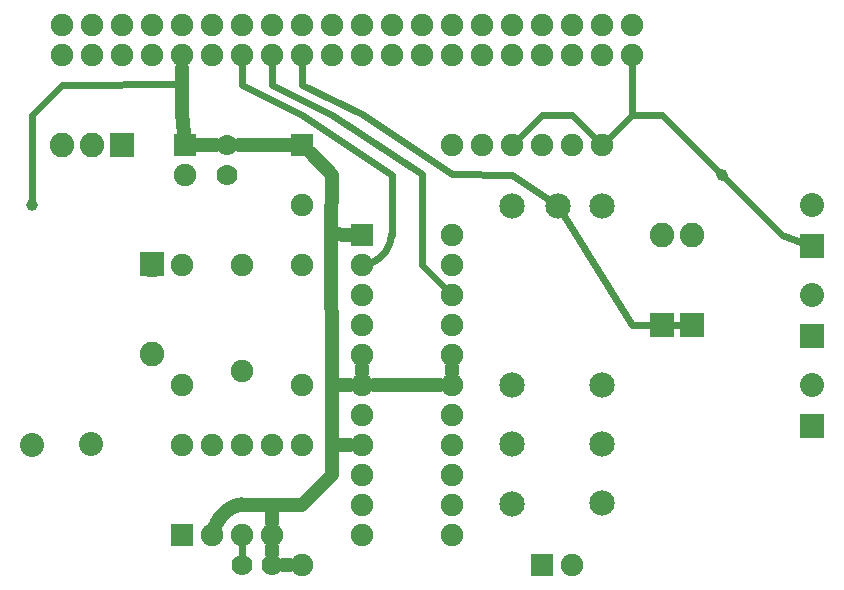
<source format=gbl>
G04 MADE WITH FRITZING*
G04 WWW.FRITZING.ORG*
G04 DOUBLE SIDED*
G04 HOLES PLATED*
G04 CONTOUR ON CENTER OF CONTOUR VECTOR*
%ASAXBY*%
%FSLAX23Y23*%
%MOIN*%
%OFA0B0*%
%SFA1.0B1.0*%
%ADD10C,0.084722*%
%ADD11C,0.075000*%
%ADD12C,0.039370*%
%ADD13C,0.082000*%
%ADD14C,0.070000*%
%ADD15C,0.080000*%
%ADD16C,0.075361*%
%ADD17R,0.082000X0.082000*%
%ADD18R,0.075000X0.075000*%
%ADD19R,0.080000X0.080000*%
%ADD20C,0.024000*%
%ADD21C,0.048000*%
%ADD22R,0.001000X0.001000*%
%LNCOPPER0*%
G90*
G70*
G54D10*
X1840Y1535D03*
X1993Y1535D03*
X2138Y1535D03*
X1840Y741D03*
X2140Y741D03*
X1840Y543D03*
X2140Y544D03*
X1840Y940D03*
X2140Y940D03*
G54D11*
X1640Y1740D03*
X1740Y1740D03*
X1840Y1740D03*
X1940Y1740D03*
X2040Y1740D03*
X2140Y1740D03*
G54D12*
X2540Y1640D03*
G54D13*
X2340Y1140D03*
X2340Y1438D03*
X2440Y1140D03*
X2440Y1438D03*
G54D11*
X748Y1739D03*
X748Y1639D03*
G54D14*
X891Y1638D03*
X891Y1738D03*
G54D11*
X1940Y340D03*
X2040Y340D03*
G54D15*
X2840Y802D03*
X2840Y940D03*
X2840Y1102D03*
X2840Y1240D03*
X2840Y1402D03*
X2840Y1540D03*
G54D11*
X1340Y1439D03*
X1640Y1439D03*
X1340Y1339D03*
X1640Y1339D03*
X1340Y1239D03*
X1640Y1239D03*
X1340Y1139D03*
X1640Y1139D03*
X1340Y1039D03*
X1640Y1039D03*
X1340Y939D03*
X1640Y939D03*
X1340Y839D03*
X1640Y839D03*
X1340Y739D03*
X1640Y739D03*
X1340Y639D03*
X1640Y639D03*
X1340Y539D03*
X1640Y539D03*
X1340Y439D03*
X1640Y439D03*
G54D13*
X540Y1740D03*
X440Y1740D03*
X340Y1740D03*
G54D16*
X340Y2040D03*
X440Y2040D03*
X540Y2040D03*
X640Y2040D03*
X740Y2040D03*
X840Y2040D03*
X940Y2040D03*
X1040Y2040D03*
X1140Y2040D03*
X1240Y2040D03*
X1340Y2040D03*
X1440Y2040D03*
X1540Y2040D03*
X1640Y2040D03*
X1740Y2040D03*
X1840Y2040D03*
X1940Y2040D03*
X2040Y2040D03*
X2140Y2040D03*
X2240Y2040D03*
X2240Y2140D03*
X2140Y2140D03*
X2040Y2140D03*
X1940Y2140D03*
X1840Y2140D03*
X1740Y2140D03*
X1640Y2140D03*
X1540Y2140D03*
X1440Y2140D03*
X1340Y2140D03*
X1240Y2140D03*
X1140Y2140D03*
X1040Y2140D03*
X940Y2140D03*
X840Y2140D03*
X740Y2140D03*
X640Y2140D03*
X540Y2140D03*
X440Y2140D03*
X340Y2140D03*
G54D15*
X436Y741D03*
X240Y740D03*
G54D11*
X940Y1340D03*
X940Y985D03*
X740Y940D03*
X740Y1340D03*
X741Y439D03*
X741Y739D03*
X841Y439D03*
X841Y739D03*
X941Y439D03*
X941Y739D03*
X1041Y439D03*
X1041Y739D03*
G54D13*
X640Y1340D03*
X640Y1042D03*
G54D11*
X1140Y740D03*
X1140Y340D03*
G54D14*
X1040Y340D03*
X939Y340D03*
G54D11*
X1140Y1739D03*
X1140Y1539D03*
X1140Y939D03*
X1140Y1339D03*
G54D12*
X240Y1540D03*
G54D17*
X2340Y1139D03*
X2440Y1139D03*
G54D18*
X748Y1739D03*
X1940Y340D03*
G54D19*
X2840Y802D03*
X2840Y1102D03*
X2840Y1402D03*
G54D18*
X1340Y1439D03*
G54D17*
X540Y1740D03*
G54D18*
X741Y439D03*
G54D17*
X640Y1341D03*
G54D18*
X1140Y1739D03*
G54D20*
X1840Y1639D02*
X1639Y1641D01*
D02*
X1639Y1641D02*
X1340Y1841D01*
D02*
X1340Y1841D02*
X1140Y1940D01*
D02*
X1140Y1940D02*
X1140Y2009D01*
D02*
X1969Y1551D02*
X1840Y1639D01*
D02*
X2240Y1140D02*
X2340Y1140D01*
D02*
X2340Y1140D02*
X2372Y1140D01*
D02*
X2008Y1510D02*
X2240Y1140D01*
D02*
X2240Y1840D02*
X2160Y1760D01*
D02*
X2240Y2008D02*
X2240Y1840D01*
D02*
X2040Y1840D02*
X2140Y1740D01*
D02*
X2040Y1840D02*
X2040Y1840D01*
D02*
X1939Y1840D02*
X2040Y1840D01*
D02*
X1860Y1760D02*
X1939Y1840D01*
D02*
X1239Y1839D02*
X1040Y1940D01*
D02*
X1539Y1641D02*
X1239Y1839D01*
D02*
X1040Y1940D02*
X1040Y2009D01*
D02*
X941Y1940D02*
X940Y2009D01*
D02*
X2340Y1840D02*
X2240Y1840D01*
D02*
X2526Y1653D02*
X2340Y1840D01*
D02*
X2740Y1440D02*
X2811Y1413D01*
D02*
X2553Y1627D02*
X2740Y1440D01*
D02*
X2372Y1140D02*
X2408Y1140D01*
D02*
X1540Y1340D02*
X1539Y1641D01*
D02*
X1620Y1259D02*
X1540Y1340D01*
D02*
X1439Y1440D02*
X1439Y1639D01*
D02*
X1140Y1839D02*
X941Y1940D01*
D02*
X1439Y1639D02*
X1140Y1839D01*
G54D21*
D02*
X1040Y377D02*
X1040Y400D01*
D02*
X1237Y1441D02*
X1300Y1440D01*
D02*
X1240Y740D02*
X1300Y739D01*
D02*
X1041Y540D02*
X939Y540D01*
D02*
X1041Y479D02*
X1041Y540D01*
D02*
X854Y1738D02*
X788Y1739D01*
D02*
X1239Y1639D02*
X1168Y1711D01*
D02*
X740Y1841D02*
X740Y1997D01*
D02*
X745Y1779D02*
X740Y1841D01*
D02*
X1100Y1739D02*
X928Y1738D01*
D02*
X1240Y939D02*
X1300Y939D01*
D02*
X1237Y1441D02*
X1240Y939D01*
D02*
X1239Y1639D02*
X1237Y1441D01*
D02*
X1340Y979D02*
X1340Y999D01*
D02*
X1380Y939D02*
X1600Y939D01*
D02*
X1640Y979D02*
X1640Y999D01*
D02*
X1040Y539D02*
X1040Y479D01*
D02*
X1139Y540D02*
X1040Y539D01*
D02*
X1240Y740D02*
X1240Y639D01*
D02*
X1240Y639D02*
X1139Y540D01*
D02*
X1240Y939D02*
X1240Y740D01*
D02*
X1077Y340D02*
X1100Y340D01*
G54D20*
D02*
X940Y411D02*
X940Y366D01*
D02*
X241Y1840D02*
X240Y1559D01*
D02*
X340Y1939D02*
X241Y1840D01*
D02*
X740Y1941D02*
X340Y1939D01*
D02*
X746Y1768D02*
X740Y1841D01*
D02*
X740Y1841D02*
X740Y1941D01*
G54D22*
X1437Y1453D02*
X1441Y1453D01*
X1434Y1452D02*
X1444Y1452D01*
X1432Y1451D02*
X1445Y1451D01*
X1431Y1450D02*
X1447Y1450D01*
X1430Y1449D02*
X1447Y1449D01*
X1430Y1448D02*
X1448Y1448D01*
X1429Y1447D02*
X1449Y1447D01*
X1428Y1446D02*
X1449Y1446D01*
X1428Y1445D02*
X1450Y1445D01*
X1428Y1444D02*
X1450Y1444D01*
X1428Y1443D02*
X1450Y1443D01*
X1427Y1442D02*
X1450Y1442D01*
X1427Y1441D02*
X1450Y1441D01*
X1427Y1440D02*
X1450Y1440D01*
X1427Y1439D02*
X1450Y1439D01*
X1427Y1438D02*
X1450Y1438D01*
X1427Y1437D02*
X1450Y1437D01*
X1426Y1436D02*
X1450Y1436D01*
X1426Y1435D02*
X1450Y1435D01*
X1426Y1434D02*
X1449Y1434D01*
X1426Y1433D02*
X1449Y1433D01*
X1426Y1432D02*
X1449Y1432D01*
X1425Y1431D02*
X1449Y1431D01*
X1425Y1430D02*
X1449Y1430D01*
X1425Y1429D02*
X1449Y1429D01*
X1425Y1428D02*
X1448Y1428D01*
X1425Y1427D02*
X1448Y1427D01*
X1424Y1426D02*
X1448Y1426D01*
X1424Y1425D02*
X1448Y1425D01*
X1424Y1424D02*
X1447Y1424D01*
X1424Y1423D02*
X1447Y1423D01*
X1423Y1422D02*
X1447Y1422D01*
X1423Y1421D02*
X1447Y1421D01*
X1423Y1420D02*
X1446Y1420D01*
X1422Y1419D02*
X1446Y1419D01*
X1422Y1418D02*
X1446Y1418D01*
X1422Y1417D02*
X1446Y1417D01*
X1421Y1416D02*
X1445Y1416D01*
X1421Y1415D02*
X1445Y1415D01*
X1421Y1414D02*
X1445Y1414D01*
X1420Y1413D02*
X1444Y1413D01*
X1420Y1412D02*
X1444Y1412D01*
X1420Y1411D02*
X1444Y1411D01*
X1419Y1410D02*
X1444Y1410D01*
X1419Y1409D02*
X1443Y1409D01*
X1418Y1408D02*
X1443Y1408D01*
X1418Y1407D02*
X1442Y1407D01*
X1417Y1406D02*
X1442Y1406D01*
X1417Y1405D02*
X1442Y1405D01*
X1417Y1404D02*
X1441Y1404D01*
X1416Y1403D02*
X1441Y1403D01*
X1416Y1402D02*
X1441Y1402D01*
X1415Y1401D02*
X1440Y1401D01*
X1415Y1400D02*
X1440Y1400D01*
X1414Y1399D02*
X1439Y1399D01*
X1413Y1398D02*
X1439Y1398D01*
X1413Y1397D02*
X1439Y1397D01*
X1412Y1396D02*
X1438Y1396D01*
X1412Y1395D02*
X1438Y1395D01*
X1411Y1394D02*
X1437Y1394D01*
X1410Y1393D02*
X1437Y1393D01*
X1410Y1392D02*
X1436Y1392D01*
X1409Y1391D02*
X1436Y1391D01*
X1408Y1390D02*
X1435Y1390D01*
X1408Y1389D02*
X1435Y1389D01*
X1407Y1388D02*
X1434Y1388D01*
X1406Y1387D02*
X1434Y1387D01*
X1405Y1386D02*
X1433Y1386D01*
X1405Y1385D02*
X1433Y1385D01*
X1404Y1384D02*
X1432Y1384D01*
X1403Y1383D02*
X1431Y1383D01*
X1402Y1382D02*
X1431Y1382D01*
X1401Y1381D02*
X1430Y1381D01*
X1400Y1380D02*
X1430Y1380D01*
X1399Y1379D02*
X1429Y1379D01*
X1398Y1378D02*
X1428Y1378D01*
X1397Y1377D02*
X1428Y1377D01*
X1396Y1376D02*
X1427Y1376D01*
X1395Y1375D02*
X1426Y1375D01*
X1394Y1374D02*
X1425Y1374D01*
X1393Y1373D02*
X1425Y1373D01*
X1392Y1372D02*
X1424Y1372D01*
X1390Y1371D02*
X1423Y1371D01*
X1389Y1370D02*
X1422Y1370D01*
X1388Y1369D02*
X1421Y1369D01*
X1386Y1368D02*
X1421Y1368D01*
X1385Y1367D02*
X1420Y1367D01*
X1383Y1366D02*
X1419Y1366D01*
X1381Y1365D02*
X1418Y1365D01*
X1380Y1364D02*
X1417Y1364D01*
X1378Y1363D02*
X1416Y1363D01*
X1376Y1362D02*
X1415Y1362D01*
X1374Y1361D02*
X1414Y1361D01*
X1372Y1360D02*
X1413Y1360D01*
X1370Y1359D02*
X1412Y1359D01*
X1367Y1358D02*
X1411Y1358D01*
X1364Y1357D02*
X1410Y1357D01*
X1361Y1356D02*
X1409Y1356D01*
X1358Y1355D02*
X1408Y1355D01*
X1354Y1354D02*
X1406Y1354D01*
X1349Y1353D02*
X1405Y1353D01*
X1341Y1352D02*
X1404Y1352D01*
X1335Y1351D02*
X1403Y1351D01*
X1333Y1350D02*
X1401Y1350D01*
X1332Y1349D02*
X1400Y1349D01*
X1331Y1348D02*
X1398Y1348D01*
X1330Y1347D02*
X1397Y1347D01*
X1329Y1346D02*
X1395Y1346D01*
X1329Y1345D02*
X1394Y1345D01*
X1328Y1344D02*
X1392Y1344D01*
X1328Y1343D02*
X1390Y1343D01*
X1328Y1342D02*
X1389Y1342D01*
X1328Y1341D02*
X1387Y1341D01*
X1328Y1340D02*
X1385Y1340D01*
X1328Y1339D02*
X1383Y1339D01*
X1328Y1338D02*
X1380Y1338D01*
X1328Y1337D02*
X1378Y1337D01*
X1328Y1336D02*
X1375Y1336D01*
X1329Y1335D02*
X1373Y1335D01*
X1329Y1334D02*
X1370Y1334D01*
X1330Y1333D02*
X1367Y1333D01*
X1331Y1332D02*
X1364Y1332D01*
X1332Y1331D02*
X1360Y1331D01*
X1333Y1330D02*
X1355Y1330D01*
X1335Y1329D02*
X1350Y1329D01*
X1339Y1328D02*
X1340Y1328D01*
X932Y564D02*
X944Y564D01*
X926Y563D02*
X947Y563D01*
X922Y562D02*
X949Y562D01*
X918Y561D02*
X951Y561D01*
X915Y560D02*
X952Y560D01*
X912Y559D02*
X953Y559D01*
X909Y558D02*
X955Y558D01*
X907Y557D02*
X956Y557D01*
X904Y556D02*
X956Y556D01*
X902Y555D02*
X957Y555D01*
X900Y554D02*
X958Y554D01*
X898Y553D02*
X959Y553D01*
X896Y552D02*
X959Y552D01*
X894Y551D02*
X959Y551D01*
X892Y550D02*
X960Y550D01*
X890Y549D02*
X960Y549D01*
X888Y548D02*
X961Y548D01*
X887Y547D02*
X961Y547D01*
X885Y546D02*
X961Y546D01*
X884Y545D02*
X961Y545D01*
X882Y544D02*
X962Y544D01*
X881Y543D02*
X962Y543D01*
X879Y542D02*
X962Y542D01*
X878Y541D02*
X962Y541D01*
X877Y540D02*
X962Y540D01*
X875Y539D02*
X962Y539D01*
X874Y538D02*
X962Y538D01*
X873Y537D02*
X961Y537D01*
X872Y536D02*
X961Y536D01*
X870Y535D02*
X961Y535D01*
X869Y534D02*
X961Y534D01*
X868Y533D02*
X960Y533D01*
X867Y532D02*
X960Y532D01*
X866Y531D02*
X960Y531D01*
X865Y530D02*
X959Y530D01*
X864Y529D02*
X959Y529D01*
X863Y528D02*
X958Y528D01*
X862Y527D02*
X957Y527D01*
X861Y526D02*
X957Y526D01*
X860Y525D02*
X956Y525D01*
X859Y524D02*
X955Y524D01*
X858Y523D02*
X954Y523D01*
X857Y522D02*
X952Y522D01*
X856Y521D02*
X951Y521D01*
X855Y520D02*
X949Y520D01*
X855Y519D02*
X947Y519D01*
X854Y518D02*
X945Y518D01*
X853Y517D02*
X940Y517D01*
X852Y516D02*
X935Y516D01*
X851Y515D02*
X931Y515D01*
X851Y514D02*
X928Y514D01*
X850Y513D02*
X925Y513D01*
X849Y512D02*
X922Y512D01*
X848Y511D02*
X920Y511D01*
X847Y510D02*
X918Y510D01*
X847Y509D02*
X916Y509D01*
X846Y508D02*
X914Y508D01*
X845Y507D02*
X912Y507D01*
X845Y506D02*
X911Y506D01*
X844Y505D02*
X909Y505D01*
X843Y504D02*
X908Y504D01*
X843Y503D02*
X906Y503D01*
X842Y502D02*
X905Y502D01*
X841Y501D02*
X904Y501D01*
X841Y500D02*
X902Y500D01*
X840Y499D02*
X901Y499D01*
X839Y498D02*
X900Y498D01*
X839Y497D02*
X899Y497D01*
X838Y496D02*
X898Y496D01*
X838Y495D02*
X897Y495D01*
X837Y494D02*
X896Y494D01*
X836Y493D02*
X895Y493D01*
X836Y492D02*
X894Y492D01*
X835Y491D02*
X893Y491D01*
X835Y490D02*
X892Y490D01*
X834Y489D02*
X891Y489D01*
X834Y488D02*
X890Y488D01*
X833Y487D02*
X889Y487D01*
X833Y486D02*
X888Y486D01*
X832Y485D02*
X888Y485D01*
X832Y484D02*
X887Y484D01*
X831Y483D02*
X886Y483D01*
X831Y482D02*
X885Y482D01*
X830Y481D02*
X885Y481D01*
X830Y480D02*
X884Y480D01*
X829Y479D02*
X883Y479D01*
X829Y478D02*
X883Y478D01*
X828Y477D02*
X882Y477D01*
X828Y476D02*
X881Y476D01*
X827Y475D02*
X881Y475D01*
X827Y474D02*
X880Y474D01*
X827Y473D02*
X879Y473D01*
X826Y472D02*
X879Y472D01*
X826Y471D02*
X878Y471D01*
X825Y470D02*
X878Y470D01*
X825Y469D02*
X877Y469D01*
X824Y468D02*
X876Y468D01*
X824Y467D02*
X876Y467D01*
X824Y466D02*
X875Y466D01*
X823Y465D02*
X875Y465D01*
X823Y464D02*
X874Y464D01*
X823Y463D02*
X874Y463D01*
X822Y462D02*
X873Y462D01*
X822Y461D02*
X873Y461D01*
X822Y460D02*
X872Y460D01*
X821Y459D02*
X872Y459D01*
X821Y458D02*
X871Y458D01*
X821Y457D02*
X871Y457D01*
X820Y456D02*
X870Y456D01*
X820Y455D02*
X870Y455D01*
X820Y454D02*
X870Y454D01*
X819Y453D02*
X869Y453D01*
X819Y452D02*
X869Y452D01*
X819Y451D02*
X868Y451D01*
X818Y450D02*
X868Y450D01*
X818Y449D02*
X868Y449D01*
X818Y448D02*
X867Y448D01*
X818Y447D02*
X867Y447D01*
X817Y446D02*
X866Y446D01*
X817Y445D02*
X866Y445D01*
X817Y444D02*
X866Y444D01*
X817Y443D02*
X865Y443D01*
X817Y442D02*
X865Y442D01*
X817Y441D02*
X865Y441D01*
X817Y440D02*
X864Y440D01*
X817Y439D02*
X864Y439D01*
X817Y438D02*
X864Y438D01*
X817Y437D02*
X864Y437D01*
X817Y436D02*
X863Y436D01*
X817Y435D02*
X863Y435D01*
X818Y434D02*
X863Y434D01*
X818Y433D02*
X862Y433D01*
X818Y432D02*
X862Y432D01*
X819Y431D02*
X862Y431D01*
X819Y430D02*
X861Y430D01*
X820Y429D02*
X861Y429D01*
X820Y428D02*
X860Y428D01*
X821Y427D02*
X859Y427D01*
X822Y426D02*
X859Y426D01*
X823Y425D02*
X858Y425D01*
X824Y424D02*
X857Y424D01*
X825Y423D02*
X856Y423D01*
X826Y422D02*
X855Y422D01*
X827Y421D02*
X853Y421D01*
X829Y420D02*
X852Y420D01*
X831Y419D02*
X850Y419D01*
X833Y418D02*
X847Y418D01*
X837Y417D02*
X844Y417D01*
D02*
G04 End of Copper0*
M02*
</source>
